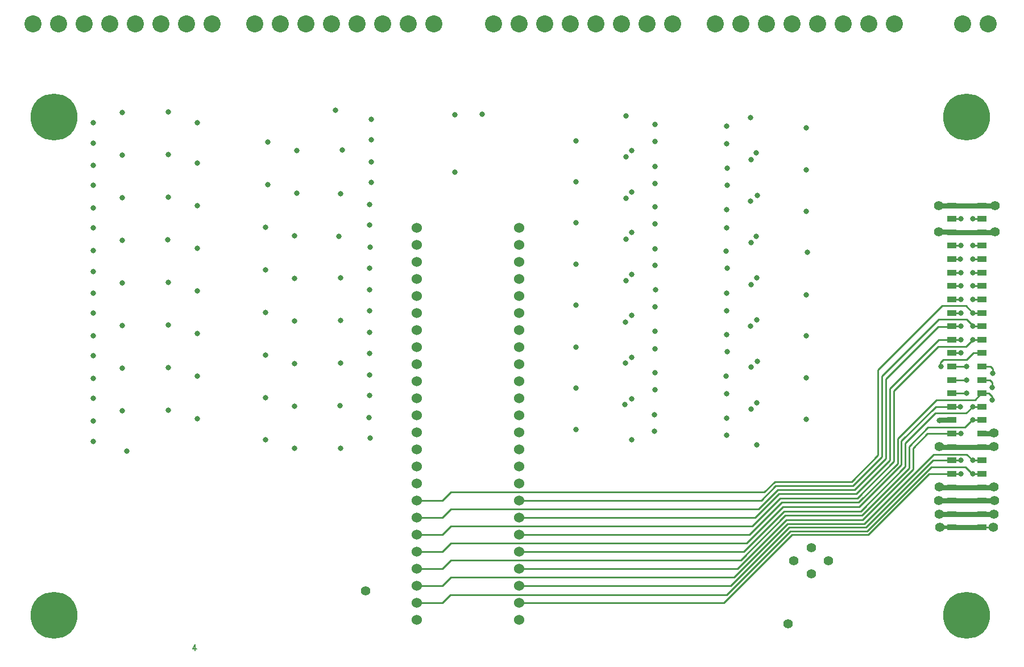
<source format=gbr>
%FSLAX23Y23*%
%MOIN*%
G04 EasyPC Gerber Version 17.0 Build 3379 *
%ADD71R,0.05512X0.03504*%
%ADD10C,0.00500*%
%ADD11C,0.01000*%
%ADD20C,0.02000*%
%ADD21C,0.03000*%
%ADD70C,0.03200*%
%ADD19C,0.05600*%
%ADD13C,0.06000*%
%ADD76C,0.10000*%
%ADD12C,0.27500*%
X0Y0D02*
D02*
D10*
X1105Y72D02*
Y109D01*
X1090Y84*
X1115*
D02*
D11*
X2403Y353D02*
X2553D01*
X2601Y401*
X4221*
X4593Y773*
X5042*
X5419Y1149*
X5620*
X5660Y1110*
X5662*
X2403Y453D02*
X2553Y453D01*
X2602Y503*
X4263*
X4578Y817*
X5026*
X5433Y1224*
X5626*
X5662Y1188*
X2403Y553D02*
X2553Y553D01*
X2602Y603*
X4302*
X4565Y866*
X5012*
X5289Y1143*
Y1271*
X5400Y1382*
X5617*
X5661Y1425*
X5662*
X2403Y653D02*
X2553Y654D01*
X2552Y654*
X2553*
X2602Y703*
X4337*
X4550Y916*
X4998*
X5244Y1162*
Y1302*
X5446Y1504*
X5538*
X5538Y1503*
X5539*
X2403Y753D02*
X2553Y753D01*
X2602Y802*
X4371*
X4535Y967*
X4986*
X5201Y1182*
Y1597*
X5460Y1857*
X5622*
X5662Y1897*
X2403Y853D02*
X2553Y854D01*
X2602Y904*
X4406*
X4519Y1017*
X4971*
X5153Y1199*
Y1667*
X5460Y1974*
X5537*
X5539Y1976*
X2403Y953D02*
X2553Y953D01*
X2602Y1002*
X4441*
X4502Y1063*
X4953*
X5108Y1218*
Y1721*
X5483Y2095*
X5622*
X5663Y2054*
X3003Y353D02*
X4203D01*
X4603Y753*
X5051*
X5408Y1110*
X5537*
X5537Y1110*
X5539*
X3003Y453D02*
X3153D01*
X3003Y453*
X4243*
X4586Y796*
X5036*
X5429Y1189*
X5537*
X5539Y1188*
X3003Y553D02*
X3153D01*
X3003Y553*
X4283*
X4571Y841*
X5017*
X5312Y1136*
Y1259*
X5398Y1345*
X5538*
X5539Y1346*
X3003Y653D02*
X4319D01*
X4558Y891*
X5006*
X5267Y1152*
Y1289*
X5443Y1465*
X5625*
X5662Y1503*
X3003Y753D02*
X4352D01*
X4542Y942*
X4993*
X5222Y1171*
Y1317*
X5449Y1544*
X5676*
X5714Y1582*
X5716*
X3003Y853D02*
X4388D01*
X4528Y992*
X4980*
X5178Y1191*
Y1611*
X5463Y1896*
X5537*
X5539Y1897*
X3003Y953D02*
X4422D01*
X4508Y1038*
X4961*
X5131Y1208*
Y1684*
X5463Y2016*
X5627*
X5662Y1981*
Y1976*
X5469Y795D02*
Y795D01*
X5539Y1110D02*
X5592D01*
X5592Y1110*
X5539Y1188D02*
X5592D01*
X5592Y1188*
X5539Y1346D02*
X5593D01*
X5594Y1347*
X5539Y1503D02*
X5591D01*
X5591Y1503*
X5539Y1897D02*
X5592D01*
X5592Y1897*
X5539Y1976D02*
X5592D01*
X5592Y1976*
X5539Y2527D02*
X5533D01*
X5533Y2528*
X5591Y2369D02*
X5564D01*
Y2369*
X5539*
X5592Y2213D02*
X5566D01*
Y2212*
X5539*
X5592Y2449D02*
X5566D01*
Y2448*
X5539*
X5593Y2054D02*
X5566D01*
Y2054*
X5539*
X5593Y2133D02*
X5566D01*
Y2133*
X5539*
X5593Y2291D02*
X5564D01*
Y2291*
X5539*
X5593Y2606D02*
X5566D01*
Y2606*
X5539*
X5594Y1818D02*
Y1818D01*
X5539*
X5626Y1583D02*
X5583D01*
Y1582*
X5539*
X5626Y1661D02*
X5583D01*
Y1661*
X5539*
X5626Y1740D02*
X5540D01*
Y1740*
X5539*
X5663Y2054D02*
X5716D01*
X5663Y2133D02*
X5716D01*
X5663Y2212D02*
X5716D01*
X5663Y2291D02*
X5716D01*
X5663Y2369D02*
X5716D01*
X5663Y2448D02*
X5716D01*
X5663Y2606D02*
X5716D01*
Y795D02*
X5784D01*
X5784Y795*
X5716Y1110D02*
X5715D01*
X5715Y1110*
X5662*
X5716Y1188D02*
X5663D01*
X5662Y1188*
X5716Y1425D02*
X5663D01*
X5662Y1425*
X5716Y1503D02*
X5663D01*
X5662Y1503*
X5716Y1582D02*
X5758D01*
X5778Y1562*
Y1543*
X5716Y1661D02*
X5763D01*
X5778Y1645*
Y1617*
X5716Y1740D02*
X5766D01*
X5780Y1726*
Y1700*
X5716Y1818D02*
X5666D01*
X5627Y1780*
X5491*
X5475Y1763*
Y1740*
X5476Y1739*
X5716Y1897D02*
X5662D01*
X5662Y1897*
X5716Y1976D02*
X5662D01*
X5662Y1976*
D02*
D12*
X278Y278D03*
Y3203D03*
X5628Y278D03*
Y3203D03*
D02*
D13*
X2403Y253D03*
Y353D03*
Y453D03*
Y553D03*
Y653D03*
Y753D03*
Y853D03*
Y953D03*
Y1053D03*
Y1153D03*
Y1252D03*
Y1353D03*
Y1453D03*
Y1553D03*
Y1653D03*
Y1753D03*
Y1853D03*
Y1953D03*
Y2053D03*
Y2153D03*
Y2253D03*
Y2353D03*
Y2453D03*
Y2553D03*
X3003Y253D03*
Y353D03*
Y453D03*
Y553D03*
Y653D03*
Y753D03*
Y853D03*
Y953D03*
Y1053D03*
Y1153D03*
Y1252D03*
Y1353D03*
Y1453D03*
Y1553D03*
Y1653D03*
Y1753D03*
Y1853D03*
Y1953D03*
Y2053D03*
Y2153D03*
Y2253D03*
Y2353D03*
Y2453D03*
Y2553D03*
D02*
D19*
X2103Y423D03*
X4581Y231D03*
X4615Y600D03*
X4717Y522D03*
X4718Y675D03*
X4817Y599D03*
X5463Y2528D03*
Y2683D03*
X5465Y953D03*
X5468Y873D03*
Y1033D03*
Y1268D03*
X5469Y795D03*
X5784D03*
X5788Y873D03*
Y1033D03*
Y1268D03*
Y1348D03*
X5790Y953D03*
X5793Y2528D03*
Y2683D03*
D02*
D70*
X507Y1298D03*
Y1418D03*
Y1553D03*
Y1668D03*
Y1803D03*
Y1918D03*
Y2053D03*
Y2168D03*
Y2297D03*
Y2418D03*
Y2553D03*
Y2668D03*
Y2803D03*
Y2918D03*
Y3048D03*
Y3168D03*
X678Y1478D03*
Y1728D03*
Y1978D03*
Y2228D03*
Y2478D03*
Y2728D03*
Y2978D03*
Y3228D03*
X703Y1242D03*
X943Y2483D03*
X948Y1483D03*
Y1733D03*
Y1983D03*
Y2233D03*
Y2733D03*
Y2983D03*
Y3233D03*
X1117Y1433D03*
Y1683D03*
Y1933D03*
Y2183D03*
Y2433D03*
Y2683D03*
Y2933D03*
Y3168D03*
X1518Y1308D03*
Y1555D03*
Y1805D03*
Y2055D03*
Y2305D03*
Y2555D03*
X1530Y2805D03*
Y3055D03*
X1688Y1258D03*
Y1505D03*
Y1755D03*
Y2005D03*
Y2255D03*
Y2505D03*
X1700Y2755D03*
Y3005D03*
X1928Y3243D03*
X1948Y2503D03*
X1953Y1508D03*
X1958Y1258D03*
Y1758D03*
Y2008D03*
Y2258D03*
Y2753D03*
X1968Y3008D03*
X2125Y1438D03*
X2128Y1568D03*
Y1688D03*
Y1817D03*
Y1938D03*
Y2067D03*
Y2188D03*
Y2317D03*
Y2568D03*
Y2688D03*
X2130Y1320D03*
Y2438D03*
X2138Y2818D03*
Y2938D03*
Y3068D03*
Y3188D03*
X2626Y2880D03*
Y3217D03*
X2786Y3219D03*
X3338Y1368D03*
Y1613D03*
Y1853D03*
Y2098D03*
Y2338D03*
Y2583D03*
Y2823D03*
Y3063D03*
X3624Y1515D03*
X3627Y1758D03*
Y2001D03*
X3629Y2244D03*
Y2968D03*
X3631Y2486D03*
Y2726D03*
Y3210D03*
X3663Y1310D03*
Y2281D03*
Y2525D03*
Y2764D03*
X3664Y1792D03*
Y2038D03*
X3665Y1551D03*
Y3005D03*
X3797Y1360D03*
X3798Y1456D03*
X3799Y1604D03*
Y1702D03*
Y1947D03*
Y2431D03*
Y2575D03*
Y2814D03*
Y3058D03*
X3800Y1843D03*
Y2089D03*
Y2334D03*
Y2675D03*
Y2912D03*
Y3158D03*
X3802Y2190D03*
X4218Y1682D03*
Y2415D03*
X4220Y1436D03*
Y1926D03*
Y2168D03*
Y2552D03*
Y2658D03*
Y3046D03*
X4221Y1335D03*
Y1578D03*
Y2065D03*
Y3148D03*
X4222Y1825D03*
Y2315D03*
Y2802D03*
Y2902D03*
X4361Y1977D03*
Y2711D03*
Y3200D03*
X4362Y1488D03*
Y1735D03*
Y2219D03*
Y2466D03*
Y2953D03*
X4394Y2502D03*
Y2992D03*
X4396Y2013D03*
X4397Y1280D03*
Y1526D03*
X4398Y2258D03*
X4399Y1768D03*
Y2744D03*
X4688Y1428D03*
Y1673D03*
Y1918D03*
Y2158D03*
Y2648D03*
Y2893D03*
Y3138D03*
X4693Y2408D03*
X5468Y1423D03*
X5476Y1739D03*
X5591Y2369D03*
X5591Y1503D03*
X5592Y2213D03*
Y2449D03*
X5592Y1110D03*
Y1188D03*
Y1897D03*
Y1976D03*
X5593Y2054D03*
Y2133D03*
Y2291D03*
Y2606D03*
X5594Y1347D03*
Y1818D03*
X5626Y1583D03*
Y1661D03*
Y1740D03*
X5662Y1110D03*
Y1188D03*
Y1425D03*
Y1503D03*
Y1897D03*
Y1976D03*
X5663Y2054D03*
Y2133D03*
Y2212D03*
Y2291D03*
Y2369D03*
Y2448D03*
Y2606D03*
X5778Y1543D03*
Y1617D03*
X5780Y1700D03*
D02*
D71*
X5539Y795D03*
Y873D03*
Y952D03*
Y1031D03*
Y1110D03*
Y1188D03*
Y1267D03*
Y1346D03*
Y1425D03*
Y1503D03*
Y1582D03*
Y1661D03*
Y1740D03*
Y1818D03*
Y1897D03*
Y1976D03*
Y2054D03*
Y2133D03*
Y2212D03*
Y2291D03*
Y2369D03*
Y2448D03*
Y2527D03*
Y2606D03*
Y2684D03*
X5716Y795D03*
Y873D03*
Y952D03*
Y1031D03*
Y1110D03*
Y1188D03*
Y1267D03*
Y1346D03*
Y1425D03*
Y1503D03*
Y1582D03*
Y1661D03*
Y1740D03*
Y1818D03*
Y1897D03*
Y1976D03*
Y2054D03*
Y2133D03*
Y2212D03*
Y2291D03*
Y2369D03*
Y2448D03*
Y2527D03*
Y2606D03*
Y2684D03*
D02*
D20*
X5539Y795D02*
X5469D01*
D02*
D21*
X5533Y2528D02*
X5463D01*
X5539Y795D02*
X5716D01*
X5539Y873D02*
X5468D01*
X5468Y873*
X5539Y952D02*
X5465D01*
X5465Y953*
X5539Y1031D02*
X5469D01*
X5468Y1033*
X5539Y1267D02*
X5468D01*
X5468Y1268*
X5539Y1425D02*
X5470D01*
X5468Y1423*
X5539Y2527D02*
X5716D01*
X5539Y2684D02*
X5464D01*
X5463Y2683*
X5716Y873D02*
Y873D01*
X5539*
Y873*
X5716D02*
X5787D01*
X5788Y873*
X5716Y952D02*
X5539D01*
X5716D02*
X5790D01*
X5790Y953*
X5716Y1031D02*
X5539D01*
X5716D02*
X5786D01*
X5788Y1033*
X5716Y1267D02*
X5539D01*
X5716D02*
X5787D01*
X5788Y1268*
X5716Y1346D02*
X5786D01*
X5788Y1348*
X5716Y2527D02*
X5792D01*
X5793Y2528*
X5716Y2684D02*
X5539D01*
X5716D02*
X5791D01*
X5793Y2683*
D02*
D76*
X153Y3748D03*
X303D03*
X453D03*
X603D03*
X753D03*
X903D03*
X1053D03*
X1202D03*
X1453D03*
X1603D03*
X1753D03*
X1903D03*
X2053D03*
X2203D03*
X2353D03*
X2503D03*
X2853D03*
X3003D03*
X3153D03*
X3303D03*
X3453D03*
X3603D03*
X3753D03*
X3903D03*
X4153D03*
X4303D03*
X4453D03*
X4603D03*
X4753D03*
X4903D03*
X5053D03*
X5203D03*
X5603D03*
X5753D03*
X0Y0D02*
M02*

</source>
